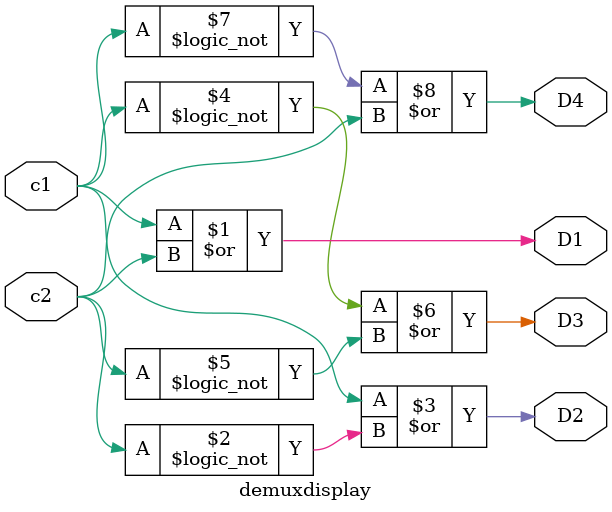
<source format=v>
module demuxdisplay(c1, c2, D1, D2, D3, D4);
	input c1, c2;
	output D1, D2, D3, D4;
	
	// [0]
	or(D1, c1, c2);
	
	// [1]
	or(D2, c1, !c2);
	
	// [2]
	or(D3, !c1, !c2);

	// [3]
	or(D4, !c1, c2);


endmodule 
</source>
